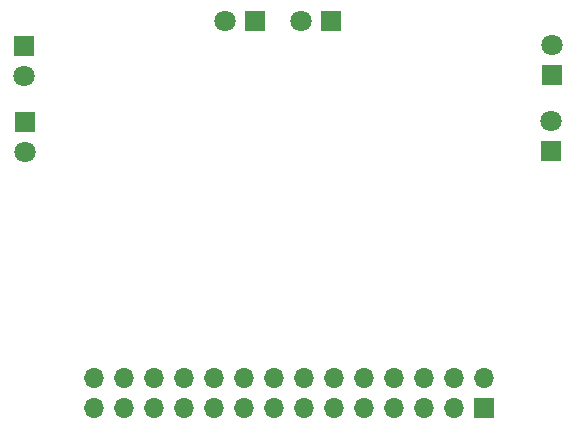
<source format=gbr>
%TF.GenerationSoftware,KiCad,Pcbnew,8.0.0*%
%TF.CreationDate,2024-03-23T10:43:56+02:00*%
%TF.ProjectId,Sensing systemV3,53656e73-696e-4672-9073-797374656d56,rev?*%
%TF.SameCoordinates,Original*%
%TF.FileFunction,Soldermask,Bot*%
%TF.FilePolarity,Negative*%
%FSLAX46Y46*%
G04 Gerber Fmt 4.6, Leading zero omitted, Abs format (unit mm)*
G04 Created by KiCad (PCBNEW 8.0.0) date 2024-03-23 10:43:56*
%MOMM*%
%LPD*%
G01*
G04 APERTURE LIST*
%ADD10R,1.800000X1.800000*%
%ADD11C,1.800000*%
%ADD12R,1.700000X1.700000*%
%ADD13O,1.700000X1.700000*%
G04 APERTURE END LIST*
D10*
%TO.C,D2*%
X80935000Y-71374000D03*
D11*
X78395000Y-71374000D03*
%TD*%
D10*
%TO.C,D5*%
X87440000Y-71378600D03*
D11*
X84900000Y-71378600D03*
%TD*%
D10*
%TO.C,D6*%
X106070400Y-82438400D03*
D11*
X106070400Y-79898400D03*
%TD*%
D10*
%TO.C,D4*%
X61441600Y-73507600D03*
D11*
X61441600Y-76047600D03*
%TD*%
D10*
%TO.C,D1*%
X61468000Y-79972000D03*
D11*
X61468000Y-82512000D03*
%TD*%
D10*
%TO.C,D3*%
X106078400Y-75939800D03*
D11*
X106078400Y-73399800D03*
%TD*%
D12*
%TO.C,J1*%
X100330000Y-104140000D03*
D13*
X100330000Y-101600000D03*
X97790000Y-104140000D03*
X97790000Y-101600000D03*
X95250000Y-104140000D03*
X95250000Y-101600000D03*
X92710000Y-104140000D03*
X92710000Y-101600000D03*
X90170000Y-104140000D03*
X90170000Y-101600000D03*
X87630000Y-104140000D03*
X87630000Y-101600000D03*
X85090000Y-104140000D03*
X85090000Y-101600000D03*
X82550000Y-104140000D03*
X82550000Y-101600000D03*
X80010000Y-104140000D03*
X80010000Y-101600000D03*
X77470000Y-104140000D03*
X77470000Y-101600000D03*
X74930000Y-104140000D03*
X74930000Y-101600000D03*
X72390000Y-104140000D03*
X72390000Y-101600000D03*
X69850000Y-104140000D03*
X69850000Y-101600000D03*
X67310000Y-104140000D03*
X67310000Y-101600000D03*
%TD*%
M02*

</source>
